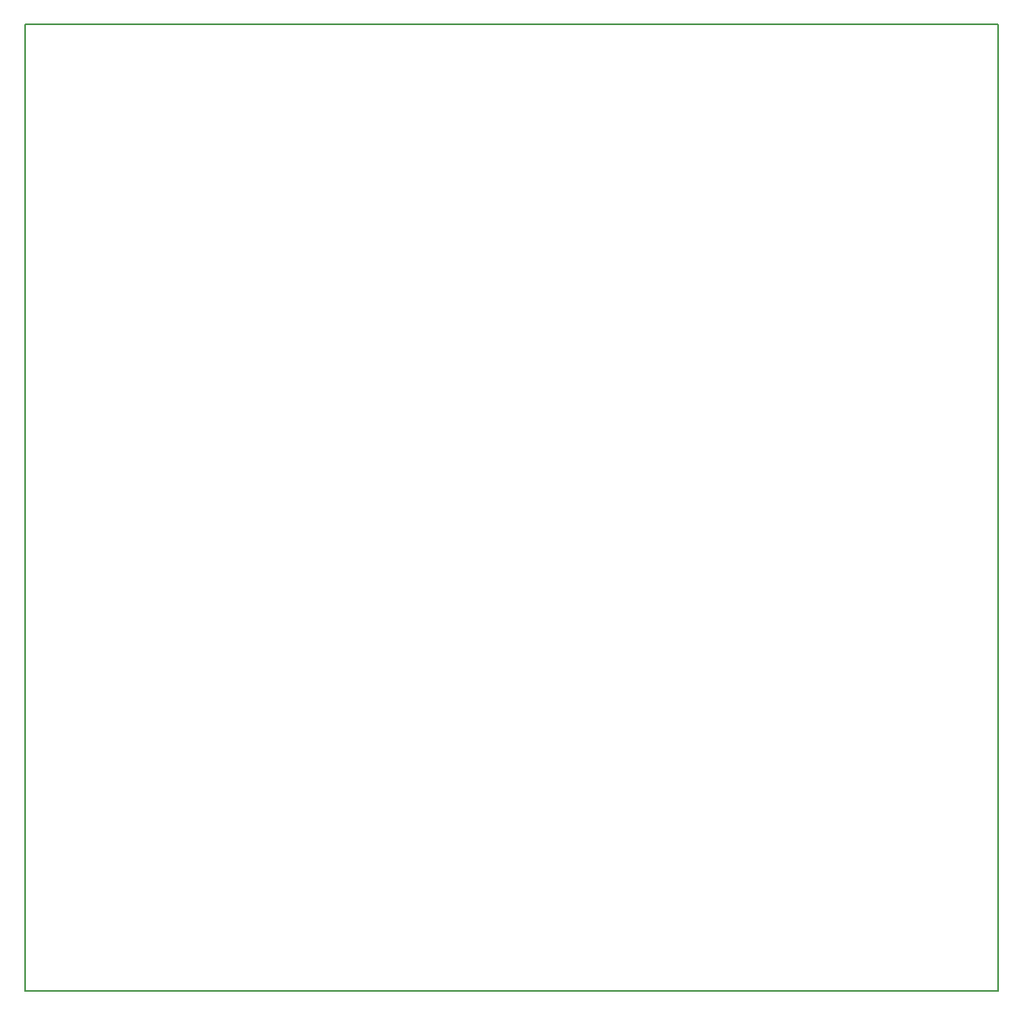
<source format=gbr>
%TF.GenerationSoftware,KiCad,Pcbnew,6.0.2+dfsg-1*%
%TF.CreationDate,2023-02-21T13:38:07-05:00*%
%TF.ProjectId,ALU,414c552e-6b69-4636-9164-5f7063625858,rev?*%
%TF.SameCoordinates,Original*%
%TF.FileFunction,Profile,NP*%
%FSLAX46Y46*%
G04 Gerber Fmt 4.6, Leading zero omitted, Abs format (unit mm)*
G04 Created by KiCad (PCBNEW 6.0.2+dfsg-1) date 2023-02-21 13:38:07*
%MOMM*%
%LPD*%
G01*
G04 APERTURE LIST*
%TA.AperFunction,Profile*%
%ADD10C,0.200000*%
%TD*%
G04 APERTURE END LIST*
D10*
X38890000Y-19910000D02*
X140670000Y-19910000D01*
X140670000Y-19910000D02*
X140670000Y-121040000D01*
X140670000Y-121040000D02*
X38890000Y-121040000D01*
X38890000Y-121040000D02*
X38890000Y-19910000D01*
M02*

</source>
